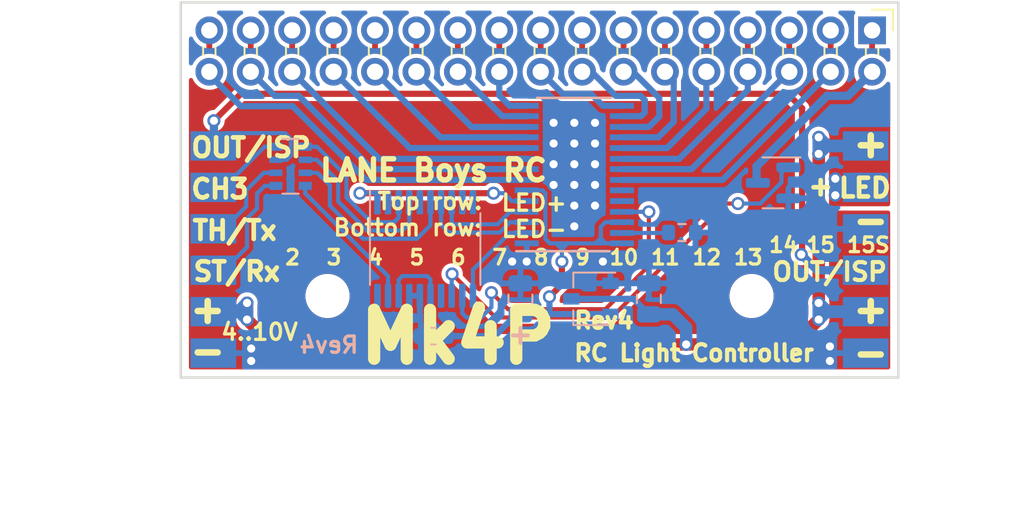
<source format=kicad_pcb>
(kicad_pcb (version 20211014) (generator pcbnew)
  (layers (0 "F.Cu" signal "Top") (31 "B.Cu" signal "Bottom") (34 "B.Paste" user) (35 "F.Paste" user) (36 "B.SilkS" user "B.Silkscreen") (37 "F.SilkS" user "F.Silkscreen") (38 "B.Mask" user) (39 "F.Mask" user) (44 "Edge.Cuts" user))
  (net 0 "")
  (net 1 "+3V3")
  (net 2 "GND")
  (net 3 "/VIN")
  (net 4 "/CH3")
  (net 5 "/OUT0")
  (net 6 "/OUT1")
  (net 7 "/OUT2")
  (net 8 "/OUT3")
  (net 9 "/OUT4")
  (net 10 "/OUT5")
  (net 11 "/OUT6")
  (net 12 "/OUT7")
  (net 13 "/OUT8")
  (net 14 "/LED+")
  (net 15 "/OUT-ISP")
  (net 16 "/ST-RX")
  (net 17 "/TH-TX")
  (net 18 "/ST-Rx-in")
  (net 19 "/TH-Tx-in")
  (net 20 "/CH3-in")
  (net 21 "/OUT-ISP-out")
  (net 22 "/BLANK")
  (net 23 "/XLAT")
  (net 24 "/SCLK")
  (net 25 "/SIN")
  (net 26 "/OUT9")
  (net 27 "/OUT10")
  (net 28 "/OUT11")
  (net 29 "/OUT12")
  (net 30 "/OUT13")
  (net 31 "/OUT14")
  (net 32 "/OUT15")
  (net 33 "/GSCLK")
  (net 34 "/OUT15S")
  (net 35 "Net-(R1-Pad1)")
  (net 36 "/OUT15S_OUT")
  (footprint "Connector_PinHeader_2.54mm:PinHeader_2x17_P2.54mm_Horizontal" (layer "F.Cu") (at 177.39 92.71 -90)
    (fp_text reference "J1" hide)
    (fp_text value "Pinheader right-angle 2x17" hide)
    (fp_line (start 1.042929 15.62) (end 1.497071 15.62) (layer "F.SilkS") (width 0.12))
    (fp_line (start -1.27 -1.27) (end 0 -1.27) (layer "F.SilkS") (width 0.12))
    (fp_line (start 1.042929 25.02) (end 1.497071 25.02) (layer "F.SilkS") (width 0.12))
    (fp_line (start 1.042929 27.56) (end 1.497071 27.56) (layer "F.SilkS") (width 0.12))
    (fp_line (start 1.042929 17.4) (end 1.497071 17.4) (layer "F.SilkS") (width 0.12))
    (fp_line (start 1.042929 25.78) (end 1.497071 25.78) (layer "F.SilkS") (width 0.12))
    (fp_line (start 1.042929 20.7) (end 1.497071 20.7) (layer "F.SilkS") (width 0.12))
    (fp_line (start 1.042929 2.16) (end 1.497071 2.16) (layer "F.SilkS") (width 0.12))
    (fp_line (start 1.042929 37.72) (end 1.497071 37.72) (layer "F.SilkS") (width 0.12))
    (fp_line (start 1.042929 10.54) (end 1.497071 10.54) (layer "F.SilkS") (width 0.12))
    (fp_line (start 1.042929 30.86) (end 1.497071 30.86) (layer "F.SilkS") (width 0.12))
    (fp_line (start 1.042929 4.7) (end 1.497071 4.7) (layer "F.SilkS") (width 0.12))
    (fp_line (start 1.042929 41.02) (end 1.497071 41.02) (layer "F.SilkS") (width 0.12))
    (fp_line (start -1.27 0) (end -1.27 -1.27) (layer "F.SilkS") (width 0.12))
    (fp_line (start 1.042929 40.26) (end 1.497071 40.26) (layer "F.SilkS") (width 0.12))
    (fp_line (start 1.042929 19.94) (end 1.497071 19.94) (layer "F.SilkS") (width 0.12))
    (fp_line (start 1.042929 7.24) (end 1.497071 7.24) (layer "F.SilkS") (width 0.12))
    (fp_line (start 1.042929 5.46) (end 1.497071 5.46) (layer "F.SilkS") (width 0.12))
    (fp_line (start 1.11 0.38) (end 1.497071 0.38) (layer "F.SilkS") (width 0.12))
    (fp_line (start 1.042929 32.64) (end 1.497071 32.64) (layer "F.SilkS") (width 0.12))
    (fp_line (start 1.042929 35.18) (end 1.497071 35.18) (layer "F.SilkS") (width 0.12))
    (fp_line (start 1.11 -0.38) (end 1.497071 -0.38) (layer "F.SilkS") (width 0.12))
    (fp_line (start 1.042929 22.48) (end 1.497071 22.48) (layer "F.SilkS") (width 0.12))
    (fp_line (start 1.042929 14.86) (end 1.497071 14.86) (layer "F.SilkS") (width 0.12))
    (fp_line (start 1.042929 30.1) (end 1.497071 30.1) (layer "F.SilkS") (width 0.12))
    (fp_line (start 1.042929 13.08) (end 1.497071 13.08) (layer "F.SilkS") (width 0.12))
    (fp_line (start 1.042929 23.24) (end 1.497071 23.24) (layer "F.SilkS") (width 0.12))
    (fp_line (start 1.042929 33.4) (end 1.497071 33.4) (layer "F.SilkS") (width 0.12))
    (fp_line (start 1.042929 38.48) (end 1.497071 38.48) (layer "F.SilkS") (width 0.12))
    (fp_line (start 1.042929 12.32) (end 1.497071 12.32) (layer "F.SilkS") (width 0.12))
    (fp_line (start 1.042929 2.92) (end 1.497071 2.92) (layer "F.SilkS") (width 0.12))
    (fp_line (start 1.042929 18.16) (end 1.497071 18.16) (layer "F.SilkS") (width 0.12))
    (fp_line (start 1.042929 35.94) (end 1.497071 35.94) (layer "F.SilkS") (width 0.12))
    (fp_line (start 1.042929 9.78) (end 1.497071 9.78) (layer "F.SilkS") (width 0.12))
    (fp_line (start 1.042929 28.32) (end 1.497071 28.32) (layer "F.SilkS") (width 0.12))
    (fp_line (start 1.042929 8) (end 1.497071 8) (layer "F.SilkS") (width 0.12))
    (pad "1" thru_hole rect (at 0 0 270) (size 1.7 1.7) (drill 1) (layers *.Cu *.Mask) (net 14 "/LED+"))
    (pad "2" thru_hole oval (at 2.54 0 270) (size 1.7 1.7) (drill 1) (layers *.Cu *.Mask) (net 36 "/OUT15S_OUT"))
    (pad "3" thru_hole oval (at 0 2.54 270) (size 1.7 1.7) (drill 1) (layers *.Cu *.Mask) (net 14 "/LED+"))
    (pad "4" thru_hole oval (at 2.54 2.54 270) (size 1.7 1.7) (drill 1) (layers *.Cu *.Mask) (net 32 "/OUT15"))
    (pad "5" thru_hole oval (at 0 5.08 270) (size 1.7 1.7) (drill 1) (layers *.Cu *.Mask) (net 14 "/LED+"))
    (pad "6" thru_hole oval (at 2.54 5.08 270) (size 1.7 1.7) (drill 1) (layers *.Cu *.Mask) (net 31 "/OUT14"))
    (pad "7" thru_hole oval (at 0 7.62 270) (size 1.7 1.7) (drill 1) (layers *.Cu *.Mask) (net 14 "/LED+"))
    (pad "8" thru_hole oval (at 2.54 7.62 270) (size 1.7 1.7) (drill 1) (layers *.Cu *.Mask) (net 30 "/OUT13"))
    (pad "9" thru_hole oval (at 0 10.16 270) (size 1.7 1.7) (drill 1) (layers *.Cu *.Mask) (net 14 "/LED+"))
    (pad "10" thru_hole oval (at 2.54 10.16 270) (size 1.7 1.7) (drill 1) (layers *.Cu *.Mask) (net 29 "/OUT12"))
    (pad "11" thru_hole oval (at 0 12.7 270) (size 1.7 1.7) (drill 1) (layers *.Cu *.Mask) (net 14 "/LED+"))
    (pad "12" thru_hole oval (at 2.54 12.7 270) (size 1.7 1.7) (drill 1) (layers *.Cu *.Mask) (net 28 "/OUT11"))
    (pad "13" thru_hole oval (at 0 15.24 270) (size 1.7 1.7) (drill 1) (layers *.Cu *.Mask) (net 14 "/LED+"))
    (pad "14" thru_hole oval (at 2.54 15.24 270) (size 1.7 1.7) (drill 1) (layers *.Cu *.Mask) (net 27 "/OUT10"))
    (pad "15" thru_hole oval (at 0 17.78 270) (size 1.7 1.7) (drill 1) (layers *.Cu *.Mask) (net 14 "/LED+"))
    (pad "16" thru_hole oval (at 2.54 17.78 270) (size 1.7 1.7) (drill 1) (layers *.Cu *.Mask) (net 26 "/OUT9"))
    (pad "17" thru_hole oval (at 0 20.32 270) (size 1.7 1.7) (drill 1) (layers *.Cu *.Mask) (net 14 "/LED+"))
    (pad "18" thru_hole oval (at 2.54 20.32 270) (size 1.7 1.7) (drill 1) (layers *.Cu *.Mask) (net 13 "/OUT8"))
    (pad "19" thru_hole oval (at 0 22.86 270) (size 1.7 1.7) (drill 1) (layers *.Cu *.Mask) (net 14 "/LED+"))
    (pad "20" thru_hole oval (at 2.54 22.86 270) (size 1.7 1.7) (drill 1) (layers *.Cu *.Mask) (net 12 "/OUT7"))
    (pad "21" thru_hole oval (at 0 25.4 270) (size 1.7 1.7) (drill 1) (layers *.Cu *.Mask) (net 14 "/LED+"))
    (pad "22" thru_hole oval (at 2.54 25.4 270) (size 1.7 1.7) (drill 1) (layers *.Cu *.Mask) (net 11 "/OUT6"))
    (pad "23" thru_hole oval (at 0 27.94 270) (size 1.7 1.7) (drill 1) (layers *.Cu *.Mask) (net 14 "/LED+"))
    (pad "24" thru_hole oval (at 2.54 27.94 270) (size 1.7 1.7) (drill 1) (layers *.Cu *.Mask) (net 10 "/OUT5"))
    (pad "25" thru_hole oval (at 0 30.48 270) (size 1.7 1.7) (drill 1) (layers *.Cu *.Mask) (net 14 "/LED+"))
    (pad "26" thru_hole oval (at 2.54 30.48 270) (size 1.7 1.7) (drill 1) (layers *.Cu *.Mask) (net 9 "/OUT4"))
    (pad "27" thru_hole oval (at 0 33.02 270) (size 1.7 1.7) (drill 1) (layers *.Cu *.Mask) (net 14 "/LED+"))
    (pad "28" thru_hole oval (at 2.54 33.02 270) (size 1.7 1.7) (drill 1) (layers *.Cu *.Mask) (net 8 "/OUT3"))
    (pad "29" thru_hole oval (at 0 35.56 270) (size 1.7 1.7) (drill 1) (layers *.Cu *.Mask) (net 14 "/LED+"))
    (pad "30" thru_hole oval (at 2.54 35.56 270) (size 1.7 1.7) (drill 1) (layers *.Cu *.Mask) (net 7 "/OUT2"))
    (pad "31" thru_hole oval (at 0 38.1 270) (size 1.7 1.7) (drill 1) (layers *.Cu *.Mask) (net 14 "/LED+"))
    (pad "32" thru_hole oval (at 2.54 38.1 270) (size 1.7 1.7) (drill 1) (layers *.Cu *.Mask) (net 6 "/OUT1"))
    (pad "33" thru_hole oval (at 0 40.64 270) (size 1.7 1.7) (drill 1) (layers *.Cu *.Mask) (net 14 "/LED+"))
    (pad "34" thru_hole oval (at 2.54 40.64 270) (size 1.7 1.7) (drill 1) (layers *.Cu *.Mask) (net 5 "/OUT0"))
  )
  (footprint "MountingHole:MountingHole_2.2mm_M2_ISO14580" (layer "F.Cu") (at 144 109)
    (fp_text reference "H1" hide)
    (fp_text value "MountingHole" hide)
    (pad "" np_thru_hole circle (at 0 0) (size 2.2 2.2) (drill 2.2) (layers *.Cu *.Mask))
  )
  (footprint "MountingHole:MountingHole_2.2mm_M2_ISO14580" (layer "F.Cu") (at 170 109)
    (fp_text reference "H2" hide)
    (fp_text value "MountingHole" hide)
    (pad "" np_thru_hole circle (at 0 0) (size 2.2 2.2) (drill 2.2) (layers *.Cu *.Mask))
  )
  (footprint "Package_TO_SOT_SMD:SOT-23" (layer "B.Cu") (at 171.322 102.062 180)
    (fp_text reference "T9" hide)
    (fp_text value "PMV30UN")
    (fp_line (start 0 1.56) (end 0.65 1.56) (layer "B.SilkS") (width 0.12))
    (fp_line (start 0 -1.56) (end 0.65 -1.56) (layer "B.SilkS") (width 0.12))
    (fp_line (start 0 -1.56) (end -0.65 -1.56) (layer "B.SilkS") (width 0.12))
    (fp_line (start 0 1.56) (end -1.675 1.56) (layer "B.SilkS") (width 0.12))
    (pad "1" smd roundrect (at -0.9375 0.95 180) (size 1.475 0.6) (layers "B.Cu" "B.Paste" "B.Mask") (net 34 "/OUT15S"))
    (pad "2" smd roundrect (at -0.9375 -0.95 180) (size 1.475 0.6) (layers "B.Cu" "B.Paste" "B.Mask") (net 2 "GND"))
    (pad "3" smd roundrect (at 0.9375 0 180) (size 1.475 0.6) (layers "B.Cu" "B.Paste" "B.Mask") (net 36 "/OUT15S_OUT"))
  )
  (footprint "rc-light-controller-tlc5940-lpc812:PinHeader_1x06_P2.54mm_Flat" (layer "B.Cu") (at 177 112.5 90)
    (fp_text reference "J3" hide)
    (fp_text value "Pinheader straight 1x06" hide)
    (pad "1" smd rect locked (at 0 0 90) (size 1.8 2.8) (layers "B.Cu" "B.Mask") (net 2 "GND"))
    (pad "2" smd rect locked (at 2.54 0 90) (size 1.8 2.8) (layers "B.Cu" "B.Mask") (net 3 "/VIN"))
    (pad "3" smd rect locked (at 5.08 0 90) (size 1.8 2.8) (layers "B.Cu" "B.Mask") (net 21 "/OUT-ISP-out"))
    (pad "4" smd rect locked (at 7.62 0 90) (size 1.8 2.8) (layers "B.Cu" "B.Mask") (net 2 "GND"))
    (pad "5" smd rect locked (at 10.16 0 90) (size 1.8 2.8) (layers "B.Cu" "B.Mask") (net 14 "/LED+"))
    (pad "6" smd rect locked (at 12.7 0 90) (size 1.8 2.8) (layers "B.Cu" "B.Mask") (net 3 "/VIN"))
  )
  (footprint "Capacitor_SMD:C_0805_2012Metric" (layer "B.Cu") (at 155.828 109.174 90)
    (fp_text reference "C2" hide)
    (fp_text value "47u/6V3")
    (fp_line (start -0.261252 -0.735) (end 0.261252 -0.735) (layer "B.SilkS") (width 0.12))
    (fp_line (start -0.261252 0.735) (end 0.261252 0.735) (layer "B.SilkS") (width 0.12))
    (pad "1" smd roundrect (at -0.95 0 90) (size 1 1.45) (layers "B.Cu" "B.Paste" "B.Mask") (net 1 "+3V3"))
    (pad "2" smd roundrect (at 0.95 0 90) (size 1 1.45) (layers "B.Cu" "B.Paste" "B.Mask") (net 2 "GND"))
  )
  (footprint "rc-light-controller-tlc5940-lpc812:PinHeader_1x06_P2.54mm_Flat" (layer "B.Cu") (at 137 112.5 90)
    (fp_text reference "J2" hide)
    (fp_text value "Pinheader straight 1x06" hide)
    (pad "1" smd rect locked (at 0 0 90) (size 1.8 2.8) (layers "B.Cu" "B.Mask") (net 2 "GND"))
    (pad "2" smd rect locked (at 2.54 0 90) (size 1.8 2.8) (layers "B.Cu" "B.Mask") (net 3 "/VIN"))
    (pad "3" smd rect locked (at 5.08 0 90) (size 1.8 2.8) (layers "B.Cu" "B.Mask") (net 18 "/ST-Rx-in"))
    (pad "4" smd rect locked (at 7.62 0 90) (size 1.8 2.8) (layers "B.Cu" "B.Mask") (net 19 "/TH-Tx-in"))
    (pad "5" smd rect locked (at 10.16 0 90) (size 1.8 2.8) (layers "B.Cu" "B.Mask") (net 20 "/CH3-in"))
    (pad "6" smd rect locked (at 12.7 0 90) (size 1.8 2.8) (layers "B.Cu" "B.Mask") (net 21 "/OUT-ISP-out"))
  )
  (footprint "Resistor_SMD:R_Array_Convex_4x0603" (layer "B.Cu") (at 141.731 101.046)
    (fp_text reference "RN1" hide)
    (fp_text value "1k x4")
    (fp_line (start 0.5 1.68) (end -0.5 1.68) (layer "B.SilkS") (width 0.12))
    (fp_line (start 0.5 -1.68) (end -0.5 -1.68) (layer "B.SilkS") (width 0.12))
    (pad "1" smd rect (at -0.9 1.2) (size 0.8 0.5) (layers "B.Cu" "B.Paste" "B.Mask") (net 18 "/ST-Rx-in"))
    (pad "2" smd rect (at -0.9 0.4) (size 0.8 0.4) (layers "B.Cu" "B.Paste" "B.Mask") (net 19 "/TH-Tx-in"))
    (pad "3" smd rect (at -0.9 -0.4) (size 0.8 0.4) (layers "B.Cu" "B.Paste" "B.Mask") (net 21 "/OUT-ISP-out"))
    (pad "4" smd rect (at -0.9 -1.2) (size 0.8 0.5) (layers "B.Cu" "B.Paste" "B.Mask") (net 20 "/CH3-in"))
    (pad "5" smd rect (at 0.9 -1.2) (size 0.8 0.5) (layers "B.Cu" "B.Paste" "B.Mask") (net 4 "/CH3"))
    (pad "6" smd rect (at 0.9 -0.4) (size 0.8 0.4) (layers "B.Cu" "B.Paste" "B.Mask") (net 15 "/OUT-ISP"))
    (pad "7" smd rect (at 0.9 0.4) (size 0.8 0.4) (layers "B.Cu" "B.Paste" "B.Mask") (net 17 "/TH-TX"))
    (pad "8" smd rect (at 0.9 1.2) (size 0.8 0.5) (layers "B.Cu" "B.Paste" "B.Mask") (net 16 "/ST-RX"))
  )
  (footprint "Resistor_SMD:R_0603_1608Metric" (layer "B.Cu") (at 165.734 105.11)
    (fp_text reference "R1" hide)
    (fp_text value "2k 1%")
    (fp_line (start -0.237258 -0.5225) (end 0.237258 -0.5225) (layer "B.SilkS") (width 0.12))
    (fp_line (start -0.237258 0.5225) (end 0.237258 0.5225) (layer "B.SilkS") (width 0.12))
    (pad "1" smd roundrect (at -0.825 0) (size 0.8 0.95) (layers "B.Cu" "B.Paste" "B.Mask") (net 35 "Net-(R1-Pad1)"))
    (pad "2" smd roundrect (at 0.825 0) (size 0.8 0.95) (layers "B.Cu" "B.Paste" "B.Mask") (net 2 "GND"))
  )
  (footprint "Capacitor_SMD:C_0805_2012Metric" (layer "B.Cu") (at 163.702 109.174 90)
    (fp_text reference "C1" hide)
    (fp_text value "1u/16V")
    (fp_line (start -0.261252 -0.735) (end 0.261252 -0.735) (layer "B.SilkS") (width 0.12))
    (fp_line (start -0.261252 0.735) (end 0.261252 0.735) (layer "B.SilkS") (width 0.12))
    (pad "1" smd roundrect (at -0.95 0 90) (size 1 1.45) (layers "B.Cu" "B.Paste" "B.Mask") (net 3 "/VIN"))
    (pad "2" smd roundrect (at 0.95 0 90) (size 1 1.45) (layers "B.Cu" "B.Paste" "B.Mask") (net 2 "GND"))
  )
  (footprint "Capacitor_SMD:C_0603_1608Metric" (layer "B.Cu") (at 150.494 111.46 180)
    (fp_text reference "C3" hide)
    (fp_text value "100n")
    (fp_line (start -0.14058 0.51) (end 0.14058 0.51) (layer "B.SilkS") (width 0.12))
    (fp_line (start -0.14058 -0.51) (end 0.14058 -0.51) (layer "B.SilkS") (width 0.12))
    (pad "1" smd roundrect (at -0.775 0 180) (size 0.9 0.95) (layers "B.Cu" "B.Paste" "B.Mask") (net 1 "+3V3"))
    (pad "2" smd roundrect (at 0.775 0 180) (size 0.9 0.95) (layers "B.Cu" "B.Paste" "B.Mask") (net 2 "GND"))
  )
  (footprint "Package_TO_SOT_SMD:SOT-23W" (layer "B.Cu") (at 160.146 109.174 180)
    (fp_text reference "U3" hide)
    (fp_text value "MCP1703A-3302_SOT23")
    (fp_line (start -1.075 -1.61) (end 1.075 -1.61) (layer "B.SilkS") (width 0.12))
    (fp_line (start 1.075 1.61) (end 1.075 0.7) (layer "B.SilkS") (width 0.12))
    (fp_line (start 1.075 -0.7) (end 1.075 -1.61) (layer "B.SilkS") (width 0.12))
    (fp_line (start -1.5 1.61) (end 1.075 1.61) (layer "B.SilkS") (width 0.12))
    (pad "1" smd rect (at -1.2 0.95 180) (size 1 0.7) (layers "B.Cu" "B.Paste" "B.Mask") (net 2 "GND"))
    (pad "2" smd rect (at -1.2 -0.95 180) (size 1 0.7) (layers "B.Cu" "B.Paste" "B.Mask") (net 1 "+3V3"))
    (pad "3" smd rect (at 1.2 0 180) (size 1 0.7) (layers "B.Cu" "B.Paste" "B.Mask") (net 3 "/VIN"))
  )
  (footprint "rc-light-controller-tlc5940-lpc812:SOP65P640X120-29N" (layer "B.Cu") (at 159.13 101.554)
    (fp_text reference "U2" hide)
    (fp_text value "TLC5940PWP")
    (fp_line (start -2.286 -4.699) (end 2.2606 -4.699) (layer "B.SilkS") (width 0.1524))
    (fp_line (start 2.159 4.699) (end -3.556 4.699) (layer "B.SilkS") (width 0.1524))
    (pad "1" smd rect (at -2.921 4.2164) (size 1.4732 0.3556) (layers "B.Cu" "B.Paste" "B.Mask") (net 2 "GND"))
    (pad "2" smd rect (at -2.921 3.5814) (size 1.4732 0.3556) (layers "B.Cu" "B.Paste" "B.Mask") (net 22 "/BLANK"))
    (pad "3" smd rect (at -2.921 2.921) (size 1.4732 0.3556) (layers "B.Cu" "B.Paste" "B.Mask") (net 23 "/XLAT"))
    (pad "4" smd rect (at -2.921 2.286) (size 1.4732 0.3556) (layers "B.Cu" "B.Paste" "B.Mask") (net 24 "/SCLK"))
    (pad "5" smd rect (at -2.921 1.6256) (size 1.4732 0.3556) (layers "B.Cu" "B.Paste" "B.Mask") (net 25 "/SIN"))
    (pad "6" smd rect (at -2.921 0.9652) (size 1.4732 0.3556) (layers "B.Cu" "B.Paste" "B.Mask") (net 1 "+3V3"))
    (pad "7" smd rect (at -2.921 0.3302) (size 1.4732 0.3556) (layers "B.Cu" "B.Paste" "B.Mask") (net 5 "/OUT0"))
    (pad "8" smd rect (at -2.921 -0.3302) (size 1.4732 0.3556) (layers "B.Cu" "B.Paste" "B.Mask") (net 6 "/OUT1"))
    (pad "9" smd rect (at -2.921 -0.9652) (size 1.4732 0.3556) (layers "B.Cu" "B.Paste" "B.Mask") (net 7 "/OUT2"))
    (pad "10" smd rect (at -2.921 -1.6256) (size 1.4732 0.3556) (layers "B.Cu" "B.Paste" "B.Mask") (net 8 "/OUT3"))
    (pad "11" smd rect (at -2.921 -2.286) (size 1.4732 0.3556) (layers "B.Cu" "B.Paste" "B.Mask") (net 9 "/OUT4"))
    (pad "12" smd rect (at -2.921 -2.921) (size 1.4732 0.3556) (layers "B.Cu" "B.Paste" "B.Mask") (net 10 "/OUT5"))
    (pad "13" smd rect (at -2.921 -3.5814) (size 1.4732 0.3556) (layers "B.Cu" "B.Paste" "B.Mask") (net 11 "/OUT6"))
    (pad "14" smd rect (at -2.921 -4.2164) (size 1.4732 0.3556) (layers "B.Cu" "B.Paste" "B.Mask") (net 12 "/OUT7"))
    (pad "15" smd rect (at 2.921 -4.2164) (size 1.4732 0.3556) (layers "B.Cu" "B.Paste" "B.Mask") (net 13 "/OUT8"))
    (pad "16" smd rect (at 2.921 -3.5814) (size 1.4732 0.3556) (layers "B.Cu" "B.Paste" "B.Mask") (net 26 "/OUT9"))
    (pad "17" smd rect (at 2.921 -2.921) (size 1.4732 0.3556) (layers "B.Cu" "B.Paste" "B.Mask") (net 27 "/OUT10"))
    (pad "18" smd rect (at 2.921 -2.286) (size 1.4732 0.3556) (layers "B.Cu" "B.Paste" "B.Mask") (net 28 "/OUT11"))
    (pad "19" smd rect (at 2.921 -1.6256) (size 1.4732 0.3556) (layers "B.Cu" "B.Paste" "B.Mask") (net 29 "/OUT12"))
    (pad "20" smd rect (at 2.921 -0.9652) (size 1.4732 0.3556) (layers "B.Cu" "B.Paste" "B.Mask") (net 30 "/OUT13"))
    (pad "21" smd rect (at 2.921 -0.3302) (size 1.4732 0.3556) (layers "B.Cu" "B.Paste" "B.Mask") (net 31 "/OUT14"))
    (pad "22" smd rect (at 2.921 0.3302) (size 1.4732 0.3556) (layers "B.Cu" "B.Paste" "B.Mask") (net 32 "/OUT15"))
    (pad "23" smd rect (at 2.921 0.9652) (size 1.4732 0.3556) (layers "B.Cu" "B.Paste" "B.Mask"))
    (pad "24" smd rect (at 2.921 1.6256) (size 1.4732 0.3556) (layers "B.Cu" "B.Paste" "B.Mask"))
    (pad "25" smd rect (at 2.921 2.286) (size 1.4732 0.3556) (layers "B.Cu" "B.Paste" "B.Mask") (net 33 "/GSCLK"))
    (pad "26" smd rect (at 2.921 2.921) (size 1.4732 0.3556) (layers "B.Cu" "B.Paste" "B.Mask") (net 1 "+3V3"))
    (pad "27" smd rect (at 2.921 3.5814) (size 1.4732 0.3556) (layers "B.Cu" "B.Paste" "B.Mask") (net 35 "Net-(R1-Pad1)"))
    (pad "28" smd rect (at 2.921 4.2164) (size 1.4732 0.3556) (layers "B.Cu" "B.Paste" "B.Mask") (net 1 "+3V3"))
    (pad "29" smd rect (at 0 0) (size 2.3876 6.1722) (layers "B.Cu" "B.Mask") (net 2 "GND"))
  )
  (footprint "Package_SO:TSSOP-20_4.4x6.5mm_P0.65mm" (layer "B.Cu") (at 149.986 106.126 -90)
    (fp_text reference "U1" hide)
    (fp_text value "LPC832M101FDH20")
    (fp_line (start 0 -3.385) (end -2.2 -3.385) (layer "B.SilkS") (width 0.12))
    (fp_line (start 0 -3.385) (end 2.2 -3.385) (layer "B.SilkS") (width 0.12))
    (fp_line (start 0 3.385) (end -3.6 3.385) (layer "B.SilkS") (width 0.12))
    (fp_line (start 0 3.385) (end 2.2 3.385) (layer "B.SilkS") (width 0.12))
    (pad "1" smd roundrect (at -2.8625 2.925 270) (size 1.475 0.4) (layers "B.Cu" "B.Paste" "B.Mask") (net 25 "/SIN"))
    (pad "2" smd roundrect (at -2.8625 2.275 270) (size 1.475 0.4) (layers "B.Cu" "B.Paste" "B.Mask"))
    (pad "3" smd roundrect (at -2.8625 1.625 270) (size 1.475 0.4) (layers "B.Cu" "B.Paste" "B.Mask") (net 4 "/CH3"))
    (pad "4" smd roundrect (at -2.8625 0.975 270) (size 1.475 0.4) (layers "B.Cu" "B.Paste" "B.Mask") (net 15 "/OUT-ISP"))
    (pad "5" smd roundrect (at -2.8625 0.325 270) (size 1.475 0.4) (layers "B.Cu" "B.Paste" "B.Mask"))
    (pad "6" smd roundrect (at -2.8625 -0.325 270) (size 1.475 0.4) (layers "B.Cu" "B.Paste" "B.Mask") (net 17 "/TH-TX"))
    (pad "7" smd roundrect (at -2.8625 -0.975 270) (size 1.475 0.4) (layers "B.Cu" "B.Paste" "B.Mask") (net 23 "/XLAT"))
    (pad "8" smd roundrect (at -2.8625 -1.625 270) (size 1.475 0.4) (layers "B.Cu" "B.Paste" "B.Mask") (net 24 "/SCLK"))
    (pad "9" smd roundrect (at -2.8625 -2.275 270) (size 1.475 0.4) (layers "B.Cu" "B.Paste" "B.Mask"))
    (pad "10" smd roundrect (at -2.8625 -2.925 270) (size 1.475 0.4) (layers "B.Cu" "B.Paste" "B.Mask"))
    (pad "11" smd roundrect (at 2.8625 -2.925 270) (size 1.475 0.4) (layers "B.Cu" "B.Paste" "B.Mask") (net 22 "/BLANK"))
    (pad "12" smd roundrect (at 2.8625 -2.275 270) (size 1.475 0.4) (layers "B.Cu" "B.Paste" "B.Mask") (net 33 "/GSCLK"))
    (pad "13" smd roundrect (at 2.8625 -1.625 270) (size 1.475 0.4) (layers "B.Cu" "B.Paste" "B.Mask") (net 34 "/OUT15S"))
    (pad "14" smd roundrect (at 2.8625 -0.975 270) (size 1.475 0.4) (layers "B.Cu" "B.Paste" "B.Mask"))
    (pad "15" smd roundrect (at 2.8625 -0.325 270) (size 1.475 0.4) (layers "B.Cu" "B.Paste" "B.Mask") (net 1 "+3V3"))
    (pad "16" smd roundrect (at 2.8625 0.325 270) (size 1.475 0.4) (layers "B.Cu" "B.Paste" "B.Mask") (net 2 "GND"))
    (pad "17" smd roundrect (at 2.8625 0.975 270) (size 1.475 0.4) (layers "B.Cu" "B.Paste" "B.Mask") (net 2 "GND"))
    (pad "18" smd roundrect (at 2.8625 1.625 270) (size 1.475 0.4) (layers "B.Cu" "B.Paste" "B.Mask") (net 1 "+3V3"))
    (pad "19" smd roundrect (at 2.8625 2.275 270) (size 1.475 0.4) (layers "B.Cu" "B.Paste" "B.Mask") (net 16 "/ST-RX"))
    (pad "20" smd roundrect (at 2.8625 2.925 270) (size 1.475 0.4) (layers "B.Cu" "B.Paste" "B.Mask"))
  )
  (gr_line (start 135.0011 114) (end 179 114) (layer "Edge.Cuts") (width 0.15))
  (gr_line (start 179 114) (end 179 91) (layer "Edge.Cuts") (width 0.15))
  (gr_line (start 179 91) (end 135.0011 91) (layer "Edge.Cuts") (width 0.15))
  (gr_line (start 135.0011 91) (end 135.0011 114) (layer "Edge.Cuts") (width 0.15))
  (gr_text "+" (at 155.828 111.333) (layer "B.SilkS") (effects (font (size 1.2 1.2) (thickness 0.25)) (justify mirror)))
  (gr_text "Rev4" (at 146 112) (layer "B.SilkS") (effects (font (size 1 1) (thickness 0.2)) (justify left mirror)))
  (gr_text "OUT/ISP" (at 135.508 99.903) (layer "F.SilkS") (effects (font (size 1.143 1.143) (thickness 0.28575)) (justify left)))
  (gr_text "LANE Boys RC" (at 143.382 101.3) (layer "F.SilkS") (effects (font (size 1.3 1.3) (thickness 0.325)) (justify left)))
  (gr_text "CH3" (at 135.5 102.443) (layer "F.SilkS") (effects (font (size 1.143 1.143) (thickness 0.28575)) (justify left)))
  (gr_text "RC Light Controller" (at 159 112.5) (layer "F.SilkS") (effects (font (size 1 1) (thickness 0.25)) (justify left)))
  (gr_text "-" (at 178.561 112.476) (layer "F.SilkS") (effects (font (size 1.6 1.6) (thickness 0.4)) (justify right)))
  (gr_text "+" (at 178.561 99.649) (layer "F.SilkS") (effects (font (size 1.6 1.6) (thickness 0.4)) (justify right)))
  (gr_text "Top row:\nBottom row:" (at 153.6055 104) (layer "F.SilkS") (effects (font (size 1 1) (thickness 0.2)) (justify right)))
  (gr_text "9" (at 159.638 106.634) (layer "F.SilkS") (effects (font (size 0.9 0.9) (thickness 0.2))))
  (gr_text "10" (at 162.178 106.634) (layer "F.SilkS") (effects (font (size 0.9 0.9) (thickness 0.2))))
  (gr_text "11" (at 164.718 106.634) (layer "F.SilkS") (effects (font (size 0.9 0.9) (thickness 0.2))))
  (gr_text "12" (at 167.258 106.634) (layer "F.SilkS") (effects (font (size 0.9 0.9) (thickness 0.2))))
  (gr_text "13" (at 169.798 106.634) (layer "F.SilkS") (effects (font (size 0.9 0.9) (thickness 0.2))))
  (gr_text "14" (at 171.957 105.872) (layer "F.SilkS") (effects (font (size 0.9 0.9) (thickness 0.2))))
  (gr_text "15" (at 174.243 105.872) (layer "F.SilkS") (effects (font (size 0.9 0.9) (thickness 0.2))))
  (gr_text "15S" (at 177.164 105.872) (layer "F.SilkS") (effects (font (size 0.9 0.9) (thickness 0.2))))
  (gr_text "8" (at 157.098 106.634) (layer "F.SilkS") (effects (font (size 0.9 0.9) (thickness 0.2))))
  (gr_text "+" (at 178.561 109.809) (layer "F.SilkS") (effects (font (size 1.6 1.6) (thickness 0.4)) (justify right)))
  (gr_text "-" (at 178.561 104.348) (layer "F.SilkS") (effects (font (size 1.6 1.6) (thickness 0.4)) (justify right)))
  (gr_text "-" (at 136.651 112.349) (layer "F.SilkS") (effects (font (size 1.6 1.6) (thickness 0.4))))
  (gr_text "+" (at 136.651 109.809) (layer "F.SilkS") (effects (font (size 1.6 1.6) (thickness 0.4))))
  (gr_text "LED" (at 178.688 102.3795) (layer "F.SilkS") (effects (font (size 1.143 1.143) (thickness 0.28575)) (justify right)))
  (gr_text "OUT/ISP" (at 178.434 107.523) (layer "F.SilkS") (effects (font (size 1.1 1.1) (thickness 0.25)) (justify right)))
  (gr_text "+" (at 175.132 102.2525) (layer "F.SilkS") (effects (font (size 1.143 1.143) (thickness 0.28575)) (justify right)))
  (gr_text "7" (at 154.558 106.634) (layer "F.SilkS") (effects (font (size 0.9 0.9) (thickness 0.2))))
  (gr_text "4..10V" (at 139.826 111.206) (layer "F.SilkS") (effects (font (size 1 1) (thickness 0.2))))
  (gr_text "Mk4P" (at 152 111.5) (layer "F.SilkS") (effects (font (size 3 3) (thickness 0.75))))
  (gr_text "2" (at 141.858 106.634) (layer "F.SilkS") (effects (font (size 0.9 0.9) (thickness 0.2))))
  (gr_text "4" (at 146.938 106.634) (layer "F.SilkS") (effects (font (size 0.9 0.9) (thickness 0.2))))
  (gr_text "5" (at 149.478 106.634) (layer "F.SilkS") (effects (font (size 0.9 0.9) (thickness 0.2))))
  (gr_text "TH/Tx" (at 138.302 104.983) (layer "F.SilkS") (effects (font (size 1.143 1.143) (thickness 0.28575))))
  (gr_text "6" (at 152.018 106.634) (layer "F.SilkS") (effects (font (size 0.9 0.9) (thickness 0.2))))
  (gr_text "LED+\nLED-" (at 154.558 104.094) (layer "F.SilkS") (effects (font (size 1 1) (thickness 0.2)) (justify left)))
  (gr_text "Rev4" (at 159 110.5) (layer "F.SilkS") (effects (font (size 1 1) (thickness 0.25)) (justify left)))
  (gr_text "3" (at 144.398 106.634) (layer "F.SilkS") (effects (font (size 0.9 0.9) (thickness 0.2))))
  (gr_text "ST/Rx" (at 135.635 107.5) (layer "F.SilkS") (effects (font (size 1.143 1.143) (thickness 0.28575)) (justify left)))
  (segment (start 157.606 109.047) (end 158.368 108.285) (width 0.381) (layer "F.Cu") (net 1))
  (segment (start 158.368 108.285) (end 158.368 106.888) (width 0.381) (layer "F.Cu") (net 1))
  (via (at 158.368 106.888) (size 0.8) (drill 0.5) (layers "F.Cu" "B.Cu") (net 1))
  (via (at 157.606 109.047) (size 0.8) (drill 0.5) (layers "F.Cu" "B.Cu") (net 1))
  (segment (start 157.6314 105.7704) (end 157.352 105.491) (width 0.254) (layer "B.Cu") (net 1))
  (segment (start 150.113 107.777) (end 150.311 107.975) (width 0.254) (layer "B.Cu") (net 1))
  (segment (start 148.361 108.9885) (end 148.361 108.005) (width 0.254) (layer "B.Cu") (net 1))
  (segment (start 158.368 106.126) (end 158.0124 105.7704) (width 0.254) (layer "B.Cu") (net 1))
  (segment (start 160.4254 105.7704) (end 158.7236 105.7704) (width 0.254) (layer "B.Cu") (net 1))
  (segment (start 161.3398 110.1138) (end 155.8303 110.1138) (width 0.381) (layer "B.Cu") (net 1))
  (segment (start 148.589 107.777) (end 150.113 107.777) (width 0.254) (layer "B.Cu") (net 1))
  (segment (start 161.035 104.475) (end 160.7556 104.7544) (width 0.254) (layer "B.Cu") (net 1))
  (segment (start 154.2532 111.46) (end 155.6017 110.1115) (width 0.381) (layer "B.Cu") (net 1))
  (segment (start 160.7556 105.4402) (end 160.4254 105.7704) (width 0.254) (layer "B.Cu") (net 1))
  (segment (start 160.7556 105.3386) (end 160.7556 105.4402) (width 0.254) (layer "B.Cu") (net 1))
  (segment (start 160.7556 105.4656) (end 161.0604 105.7704) (width 0.254) (layer "B.Cu") (net 1))
  (segment (start 158.368 106.126) (end 158.368 105.7958) (width 0.254) (layer "B.Cu") (net 1))
  (segment (start 158.7236 105.7704) (end 158.3426 105.7704) (width 0.254) (layer "B.Cu") (net 1))
  (segment (start 157.352 105.491) (end 157.352 102.697) (width 0.254) (layer "B.Cu") (net 1))
  (segment (start 148.361 108.005) (end 148.589 107.777) (width 0.254) (layer "B.Cu") (net 1))
  (segment (start 157.352 102.697) (end 157.1742 102.5192) (width 0.254) (layer "B.Cu") (net 1))
  (segment (start 158.368 106.888) (end 158.368 106.126) (width 0.254) (layer "B.Cu") (net 1))
  (segment (start 158.0124 105.7704) (end 157.6314 105.7704) (width 0.254) (layer "B.Cu") (net 1))
  (segment (start 162.051 105.7704) (end 161.0604 105.7704) (width 0.254) (layer "B.Cu") (net 1))
  (segment (start 155.6017 110.1115) (end 155.828 110.1115) (width 0.381) (layer "B.Cu") (net 1))
  (segment (start 155.8303 110.1138) (end 155.828 110.1115) (width 0.381) (layer "B.Cu") (net 1))
  (segment (start 160.7556 105.4402) (end 160.7556 105.4656) (width 0.254) (layer "B.Cu") (net 1))
  (segment (start 157.606 109.047) (end 157.606 110.063) (width 0.381) (layer "B.Cu") (net 1))
  (segment (start 150.311 110.4895) (end 151.2815 111.46) (width 0.381) (layer "B.Cu") (net 1))
  (segment (start 160.7556 105.7704) (end 160.4254 105.7704) (width 0.254) (layer "B.Cu") (net 1))
  (segment (start 150.311 107.975) (end 150.311 108.9885) (width 0.254) (layer "B.Cu") (net 1))
  (segment (start 157.1742 102.5192) (end 156.209 102.5192) (width 0.254) (layer "B.Cu") (net 1))
  (segment (start 151.2815 111.46) (end 154.2532 111.46) (width 0.381) (layer "B.Cu") (net 1))
  (segment (start 158.3426 105.7704) (end 158.0124 105.7704) (width 0.254) (layer "B.Cu") (net 1))
  (segment (start 158.368 106.126) (end 158.7236 105.7704) (width 0.254) (layer "B.Cu") (net 1))
  (segment (start 160.7556 105.3386) (end 160.7556 105.7704) (width 0.254) (layer "B.Cu") (net 1))
  (segment (start 160.7556 104.7544) (end 160.7556 105.3386) (width 0.254) (layer "B.Cu") (net 1))
  (segment (start 158.368 105.7958) (end 158.3426 105.7704) (width 0.254) (layer "B.Cu") (net 1))
  (segment (start 161.0604 105.7704) (end 160.7556 105.7704) (width 0.254) (layer "B.Cu") (net 1))
  (segment (start 150.311 108.9885) (end 150.311 110.4895) (width 0.381) (layer "B.Cu") (net 1))
  (segment (start 162.051 104.475) (end 161.035 104.475) (width 0.254) (layer "B.Cu") (net 1))
  (via (at 160.8826 106.888) (size 0.8) (drill 0.5) (layers "F.Cu" "B.Cu") (net 2))
  (via (at 159.13 104.729) (size 0.8) (drill 0.5) (layers "F.Cu" "B.Cu") (net 2))
  (via (at 159.13 98.379) (size 0.8) (drill 0.5) (layers "F.Cu" "B.Cu") (net 2))
  (via (at 157.86 102.189) (size 0.8) (drill 0.5) (layers "F.Cu" "B.Cu") (net 2))
  (via (at 157.86 98.379) (size 0.8) (drill 0.5) (layers "F.Cu" "B.Cu") (net 2))
  (via (at 155.32 106.888) (size 0.8) (drill 0.5) (layers "F.Cu" "B.Cu") (net 2))
  (via (at 139.318 112.984) (size 0.8) (drill 0.5) (layers "F.Cu" "B.Cu") (net 2))
  (via (at 157.86 99.649) (size 0.8) (drill 0.5) (layers "F.Cu" "B.Cu") (net 2))
  (via (at 156.209 106.888) (size 0.8) (drill 0.5) (layers "F.Cu" "B.Cu") (net 2))
  (via (at 160.4 99.649) (size 0.8) (drill 0.5) (layers "F.Cu" "B.Cu") (net 2))
  (via (at 159.13 100.919) (size 0.8) (drill 0.5) (layers "F.Cu" "B.Cu") (net 2))
  (via (at 159.13 99.649) (size 0.8) (drill 0.5) (layers "F.Cu" "B.Cu") (net 2))
  (via (at 160.4 102.189) (size 0.8) (drill 0.5) (layers "F.Cu" "B.Cu") (net 2))
  (via (at 160.4 100.919) (size 0.8) (drill 0.5) (layers "F.Cu" "B.Cu") (net 2))
  (via (at 139.318 112.222) (size 0.8) (drill 0.5) (layers "F.Cu" "B.Cu") (net 2))
  (via (at 174.8018 112.095) (size 0.8) (drill 0.5) (layers "F.Cu" "B.Cu") (net 2))
  (via (at 159.13 102.189) (size 0.8) (drill 0.5) (layers "F.Cu" "B.Cu") (net 2))
  (via (at 157.86 100.919) (size 0.8) (drill 0.5) (layers "F.Cu" "B.Cu") (net 2))
  (via (at 174.8018 112.984) (size 0.8) (drill 0.5) (layers "F.Cu" "B.Cu") (net 2))
  (via (at 160.4 98.379) (size 0.8) (drill 0.5) (layers "F.Cu" "B.Cu") (net 2))
  (via (at 159.13 103.459) (size 0.8) (drill 0.5) (layers "F.Cu" "B.Cu") (net 2))
  (via (at 160.4 103.459) (size 0.8) (drill 0.5) (layers "F.Cu" "B.Cu") (net 2))
  (segment (start 137.151 112.349) (end 137 112.5) (width 0.762) (layer "B.Cu") (net 2))
  (segment (start 174.116 110.444) (end 174.116 108.92) (width 0.762) (layer "F.Cu") (net 3))
  (segment (start 140.588 111.968) (end 139.064 110.444) (width 0.762) (layer "F.Cu") (net 3))
  (segment (start 174.116 108.92) (end 174.116 109.428) (width 0.762) (layer "F.Cu") (net 3))
  (segment (start 174.116 100.284) (end 174.116 101.046) (width 0.762) (layer "F.Cu") (net 3))
  (segment (start 174.116 101.046) (end 174.116 108.92) (width 0.762) (layer "F.Cu") (net 3))
  (segment (start 165.988 111.968) (end 172.592 111.968) (width 0.762) (layer "F.Cu") (net 3))
  (segment (start 165.988 111.968) (end 140.588 111.968) (width 0.762) (layer "F.Cu") (net 3))
  (segment (start 174.116 99.268) (end 174.116 101.046) (width 0.762) (layer "F.Cu") (net 3))
  (segment (start 139.064 110.444) (end 139.064 109.428) (width 0.762) (layer "F.Cu") (net 3))
  (segment (start 172.592 111.968) (end 174.116 110.444) (width 0.762) (layer "F.Cu") (net 3))
  (via (at 174.116 99.268) (size 0.8) (drill 0.5) (layers "F.Cu" "B.Cu") (net 3))
  (via (at 139.064 110.444) (size 0.8) (drill 0.5) (layers "F.Cu" "B.Cu") (net 3))
  (via (at 139.064 109.428) (size 0.8) (drill 0.5) (layers "F.Cu" "B.Cu") (net 3))
  (via (at 174.116 109.428) (size 0.8) (drill 0.5) (layers "F.Cu" "B.Cu") (net 3))
  (via (at 174.116 110.444) (size 0.8) (drill 0.5) (layers "F.Cu" "B.Cu") (net 3))
  (via (at 165.988 111.968) (size 0.8) (drill 0.5) (layers "F.Cu" "B.Cu") (net 3))
  (via (at 174.116 100.284) (size 0.8) (drill 0.5) (layers "F.Cu" "B.Cu") (net 3))
  (segment (start 174.648 109.96) (end 174.116 109.428) (width 0.762) (layer "B.Cu") (net 3))
  (segment (start 138.532 109.96) (end 139.064 109.428) (width 0.762) (layer "B.Cu") (net 3))
  (segment (start 174.648 99.8) (end 174.116 99.268) (width 0.762) (layer "B.Cu") (net 3))
  (segment (start 177 99.8) (end 174.648 99.8) (width 0.762) (layer "B.Cu") (net 3))
  (segment (start 177 99.8) (end 174.6 99.8) (width 0.762) (layer "B.Cu") (net 3))
  (segment (start 174.6 99.8) (end 174.116 100.284) (width 0.762) (layer "B.Cu") (net 3))
  (segment (start 162.7645 109.174) (end 163.702 110.1115) (width 0.381) (layer "B.Cu") (net 3))
  (segment (start 177 109.96) (end 174.648 109.96) (width 0.762) (layer "B.Cu") (net 3))
  (segment (start 174.6 109.96) (end 174.116 110.444) (width 0.762) (layer "B.Cu") (net 3))
  (segment (start 165.988 111.968) (end 165.988 110.952) (width 0.762) (layer "B.Cu") (net 3))
  (segment (start 139.064 110.444) (end 139.064 109.682) (width 0.762) (layer "B.Cu") (net 3))
  (segment (start 158.9522 109.174) (end 162.7645 109.174) (width 0.381) (layer "B.Cu") (net 3))
  (segment (start 174.116 110.444) (end 174.116 109.428) (width 0.762) (layer "B.Cu") (net 3))
  (segment (start 165.16 110.124) (end 163.702 110.124) (width 0.762) (layer "B.Cu") (net 3))
  (segment (start 174.116 100.284) (end 174.116 99.268) (width 0.762) (layer "B.Cu") (net 3))
  (segment (start 165.988 110.952) (end 165.16 110.124) (width 0.762) (layer "B.Cu") (net 3))
  (segment (start 137 109.96) (end 138.532 109.96) (width 0.762) (layer "B.Cu") (net 3))
  (segment (start 177 109.96) (end 174.6 109.96) (width 0.762) (layer "B.Cu") (net 3))
  (segment (start 138.58 109.96) (end 139.064 110.444) (width 0.762) (layer "B.Cu") (net 3))
  (segment (start 137 109.96) (end 138.58 109.96) (width 0.762) (layer "B.Cu") (net 3))
  (segment (start 148.081 104.475) (end 146.684 104.475) (width 0.254) (layer "B.Cu") (net 4))
  (segment (start 148.361 103.2635) (end 148.361 104.195) (width 0.254) (layer "B.Cu") (net 4))
  (segment (start 145.16 102.951) (end 145.16 101.6556) (width 0.254) (layer "B.Cu") (net 4))
  (segment (start 143.3504 99.846) (end 142.631 99.846) (width 0.254) (layer "B.Cu") (net 4))
  (segment (start 146.684 104.475) (end 145.16 102.951) (width 0.254) (layer "B.Cu") (net 4))
  (segment (start 148.361 104.195) (end 148.081 104.475) (width 0.254) (layer "B.Cu") (net 4))
  (segment (start 145.16 101.6556) (end 143.3504 99.846) (width 0.254) (layer "B.Cu") (net 4))
  (segment (start 138.683 97.363) (end 141.858 97.363) (width 0.381) (layer "B.Cu") (net 5))
  (segment (start 141.858 97.363) (end 146.3792 101.8842) (width 0.381) (layer "B.Cu") (net 5))
  (segment (start 146.3792 101.8842) (end 156.209 101.8842) (width 0.381) (layer "B.Cu") (net 5))
  (segment (start 136.75 95.43) (end 138.683 97.363) (width 0.381) (layer "B.Cu") (net 5))
  (segment (start 136.75 95.25) (end 136.75 95.43) (width 0.381) (layer "B.Cu") (net 5))
  (segment (start 140.768 96.728) (end 139.29 95.25) (width 0.381) (layer "B.Cu") (net 6))
  (segment (start 146.7348 101.2238) (end 142.239 96.728) (width 0.381) (layer "B.Cu") (net 6))
  (segment (start 142.239 96.728) (end 140.768 96.728) (width 0.381) (layer "B.Cu") (net 6))
  (segment (start 156.209 101.2238) (end 146.7348 101.2238) (width 0.381) (layer "B.Cu") (net 6))
  (segment (start 156.209 100.5888) (end 147.1688 100.5888) (width 0.381) (layer "B.Cu") (net 7))
  (segment (start 147.1688 100.5888) (end 141.83 95.25) (width 0.381) (layer "B.Cu") (net 7))
  (segment (start 149.0484 99.9284) (end 144.37 95.25) (width 0.381) (layer "B.Cu") (net 8))
  (segment (start 156.209 99.9284) (end 149.0484 99.9284) (width 0.381) (layer "B.Cu") (net 8))
  (segment (start 150.928 99.268) (end 146.91 95.25) (width 0.381) (layer "B.Cu") (net 9))
  (segment (start 156.209 99.268) (end 150.928 99.268) (width 0.381) (layer "B.Cu") (net 9))
  (segment (start 156.209 98.633) (end 152.833 98.633) (width 0.381) (layer "B.Cu") (net 10))
  (segment (start 152.833 98.633) (end 149.45 95.25) (width 0.381) (layer "B.Cu") (net 10))
  (segment (start 154.7126 97.9726) (end 151.99 95.25) (width 0.381) (layer "B.Cu") (net 11))
  (segment (start 156.209 97.9726) (end 154.7126 97.9726) (width 0.381) (layer "B.Cu") (net 11))
  (segment (start 154.53 96.7) (end 154.53 95.25) (width 0.381) (layer "B.Cu") (net 12))
  (segment (start 156.209 97.3376) (end 155.1676 97.3376) (width 0.381) (layer "B.Cu") (net 12))
  (segment (start 155.1676 97.3376) (end 154.53 96.7) (width 0.381) (layer "B.Cu") (net 12))
  (segment (start 162.051 97.3376) (end 160.8826 97.3376) (width 0.381) (layer "B.Cu") (net 13))
  (segment (start 160.8826 97.3376) (end 160.146 96.601) (width 0.381) (layer "B.Cu") (net 13))
  (segment (start 158.421 96.601) (end 157.07 95.25) (width 0.381) (layer "B.Cu") (net 13))
  (segment (start 160.146 96.601) (end 158.421 96.601) (width 0.381) (layer "B.Cu") (net 13))
  (via (at 175.132 102.824) (size 0.8) (drill 0.5) (layers "F.Cu" "B.Cu") (net 14))
  (via (at 175.132 101.808) (size 0.8) (drill 0.5) (layers "F.Cu" "B.Cu") (net 14))
  (segment (start 175.664 102.34) (end 175.132 101.808) (width 0.762) (layer "B.Cu") (net 14))
  (segment (start 175.616 102.34) (end 175.132 102.824) (width 0.762) (layer "B.Cu") (net 14))
  (segment (start 177 102.34) (end 175.616 102.34) (width 0.762) (layer "B.Cu") (net 14))
  (segment (start 175.132 102.824) (end 175.132 101.808) (width 0.762) (layer "B.Cu") (net 14))
  (segment (start 177 102.34) (end 175.664 102.34) (width 0.762) (layer "B.Cu") (net 14))
  (segment (start 146.43 104.983) (end 144.652 103.205) (width 0.254) (layer "B.Cu") (net 15))
  (segment (start 144.652 101.9604) (end 143.3376 100.646) (width 0.254) (layer "B.Cu") (net 15))
  (segment (start 144.652 103.205) (end 144.652 101.9604) (width 0.254) (layer "B.Cu") (net 15))
  (segment (start 149.011 103.2635) (end 149.011 104.561) (width 0.254) (layer "B.Cu") (net 15))
  (segment (start 143.3376 100.646) (end 142.631 100.646) (width 0.254) (layer "B.Cu") (net 15))
  (segment (start 149.011 104.561) (end 148.589 104.983) (width 0.254) (layer "B.Cu") (net 15))
  (segment (start 148.589 104.983) (end 146.43 104.983) (width 0.254) (layer "B.Cu") (net 15))
  (segment (start 147.711 108.9885) (end 147.711 107.788) (width 0.254) (layer "B.Cu") (net 16))
  (segment (start 147.711 107.788) (end 142.631 102.708) (width 0.254) (layer "B.Cu") (net 16))
  (segment (start 142.631 102.708) (end 142.631 102.246) (width 0.254) (layer "B.Cu") (net 16))
  (segment (start 144.144 102.2144) (end 143.3756 101.446) (width 0.254) (layer "B.Cu") (net 17))
  (segment (start 143.3756 101.446) (end 142.631 101.446) (width 0.254) (layer "B.Cu") (net 17))
  (segment (start 144.144 103.459) (end 144.144 102.2144) (width 0.254) (layer "B.Cu") (net 17))
  (segment (start 149.478 105.491) (end 146.176 105.491) (width 0.254) (layer "B.Cu") (net 17))
  (segment (start 146.176 105.491) (end 144.144 103.459) (width 0.254) (layer "B.Cu") (net 17))
  (segment (start 150.311 104.658) (end 149.478 105.491) (width 0.254) (layer "B.Cu") (net 17))
  (segment (start 150.311 103.2635) (end 150.311 104.658) (width 0.254) (layer "B.Cu") (net 17))
  (segment (start 139.064 104.2464) (end 139.6736 103.6368) (width 0.254) (layer "B.Cu") (net 18))
  (segment (start 139.064 105.999) (end 139.064 104.2464) (width 0.254) (layer "B.Cu") (net 18))
  (segment (start 140.15 102.246) (end 140.831 102.246) (width 0.254) (layer "B.Cu") (net 18))
  (segment (start 139.6736 103.6368) (end 139.6736 102.7224) (width 0.254) (layer "B.Cu") (net 18))
  (segment (start 137.643 107.42) (end 139.064 105.999) (width 0.254) (layer "B.Cu") (net 18))
  (segment (start 139.6736 102.7224) (end 140.15 102.246) (width 0.254) (layer "B.Cu") (net 18))
  (segment (start 139.0132 102.5192) (end 140.0864 101.446) (width 0.254) (layer "B.Cu") (net 19))
  (segment (start 139.0132 103.5098) (end 139.0132 102.5192) (width 0.254) (layer "B.Cu") (net 19))
  (segment (start 137.643 104.88) (end 139.0132 103.5098) (width 0.254) (layer "B.Cu") (net 19))
  (segment (start 140.0864 101.446) (end 140.831 101.446) (width 0.254) (layer "B.Cu") (net 19))
  (segment (start 137 104.88) (end 137.643 104.88) (width 0.254) (layer "B.Cu") (net 19))
  (segment (start 140.137 99.846) (end 140.831 99.846) (width 0.254) (layer "B.Cu") (net 20))
  (segment (start 137.643 102.34) (end 140.137 99.846) (width 0.254) (layer "B.Cu") (net 20))
  (segment (start 173.1 97.49) (end 173.1 106.4054) (width 0.381) (layer "F.Cu") (net 21))
  (segment (start 138.683 96.601) (end 172.211 96.601) (width 0.381) (layer "F.Cu") (net 21))
  (segment (start 137.032 98.252) (end 138.683 96.601) (width 0.381) (layer "F.Cu") (net 21))
  (segment (start 173.1 106.4054) (end 173.0492 106.4562) (width 0.381) (layer "F.Cu") (net 21))
  (segment (start 172.211 96.601) (end 173.1 97.49) (width 0.381) (layer "F.Cu") (net 21))
  (via (at 137.032 98.252) (size 0.8) (drill 0.5) (layers "F.Cu" "B.Cu") (net 21))
  (via (at 173.0492 106.4562) (size 0.8) (drill 0.5) (layers "F.Cu" "B.Cu") (net 21))
  (segment (start 141.7564 99.3696) (end 141.4008 99.014) (width 0.254) (layer "B.Cu") (net 21))
  (segment (start 137.032 98.252) (end 137.032 99.768) (width 0.508) (layer "B.Cu") (net 21))
  (segment (start 137.032 99.768) (end 137 99.8) (width 0.381) (layer "B.Cu") (net 21))
  (segment (start 141.4008 99.014) (end 137.786 99.014) (width 0.254) (layer "B.Cu") (net 21))
  (segment (start 141.496 100.646) (end 141.7564 100.3856) (width 0.254) (layer "B.Cu") (net 21))
  (segment (start 173.0492 106.4562) (end 174.013 107.42) (width 0.508) (layer "B.Cu") (net 21))
  (segment (start 174.013 107.42) (end 177 107.42) (width 0.508) (layer "B.Cu") (net 21))
  (segment (start 140.831 100.646) (end 141.496 100.646) (width 0.254) (layer "B.Cu") (net 21))
  (segment (start 137.786 99.014) (end 137 99.8) (width 0.254) (layer "B.Cu") (net 21))
  (segment (start 141.7564 100.3856) (end 141.7564 99.3696) (width 0.254) (layer "B.Cu") (net 21))
  (segment (start 152.911 107.392) (end 152.911 109.0139) (width 0.254) (layer "B.Cu") (net 22))
  (segment (start 155.1676 105.1354) (end 152.911 107.392) (width 0.254) (layer "B.Cu") (net 22))
  (segment (start 156.209 105.1354) (end 155.1676 105.1354) (width 0.254) (layer "B.Cu") (net 22))
  (segment (start 154.558 105.11) (end 151.4465 105.11) (width 0.254) (layer "B.Cu") (net 23))
  (segment (start 151.4465 105.11) (end 150.961 104.6245) (width 0.254) (layer "B.Cu") (net 23))
  (segment (start 155.193 104.475) (end 154.558 105.11) (width 0.254) (layer "B.Cu") (net 23))
  (segment (start 150.961 104.6245) (end 150.961 103.2889) (width 0.254) (layer "B.Cu") (net 23))
  (segment (start 156.209 104.475) (end 155.193 104.475) (width 0.254) (layer "B.Cu") (net 23))
  (segment (start 151.611 103.2889) (end 151.611 104.449) (width 0.254) (layer "B.Cu") (net 24))
  (segment (start 155.193 103.84) (end 156.209 103.84) (width 0.254) (layer "B.Cu") (net 24))
  (segment (start 151.611 104.449) (end 151.764 104.602) (width 0.254) (layer "B.Cu") (net 24))
  (segment (start 154.431 104.602) (end 155.193 103.84) (width 0.254) (layer "B.Cu") (net 24))
  (segment (start 151.764 104.602) (end 154.431 104.602) (width 0.254) (layer "B.Cu") (net 24))
  (segment (start 154.177 102.697) (end 145.9855 102.697) (width 0.381) (layer "F.Cu") (net 25))
  (via (at 154.177 102.697) (size 0.8) (drill 0.5) (layers "F.Cu" "B.Cu") (net 25))
  (via (at 145.9855 102.697) (size 0.8) (drill 0.5) (layers "F.Cu" "B.Cu") (net 25))
  (segment (start 156.209 103.1796) (end 155.2946 103.1796) (width 0.254) (layer "B.Cu") (net 25))
  (segment (start 147.061 103.2889) (end 147.061 102.7438) (width 0.254) (layer "B.Cu") (net 25))
  (segment (start 155.2946 103.1796) (end 154.812 102.697) (width 0.254) (layer "B.Cu") (net 25))
  (segment (start 147.061 102.7438) (end 146.9888 102.6716) (width 0.254) (layer "B.Cu") (net 25))
  (segment (start 154.812 102.697) (end 154.177 102.697) (width 0.254) (layer "B.Cu") (net 25))
  (segment (start 146.0109 102.6716) (end 145.9855 102.697) (width 0.254) (layer "B.Cu") (net 25))
  (segment (start 146.9888 102.6716) (end 146.0109 102.6716) (width 0.254) (layer "B.Cu") (net 25))
  (segment (start 163.194 96.728) (end 161.67 96.728) (width 0.381) (layer "B.Cu") (net 26))
  (segment (start 163.2194 97.9726) (end 163.448 97.744) (width 0.381) (layer "B.Cu") (net 26))
  (segment (start 163.448 97.744) (end 163.448 96.982) (width 0.381) (layer "B.Cu") (net 26))
  (segment (start 163.448 96.982) (end 163.194 96.728) (width 0.381) (layer "B.Cu") (net 26))
  (segment (start 161.67 96.728) (end 160.192 95.25) (width 0.381) (layer "B.Cu") (net 26))
  (segment (start 162.051 97.9726) (end 163.2194 97.9726) (width 0.381) (layer "B.Cu") (net 26))
  (segment (start 160.192 95.25) (end 159.61 95.25) (width 0.381) (layer "B.Cu") (net 26))
  (segment (start 162.051 98.633) (end 163.702 98.633) (width 0.381) (layer "B.Cu") (net 27))
  (segment (start 164.337 96.855) (end 162.732 95.25) (width 0.381) (layer "B.Cu") (net 27))
  (segment (start 163.702 98.633) (end 164.337 97.998) (width 0.381) (layer "B.Cu") (net 27))
  (segment (start 162.732 95.25) (end 162.15 95.25) (width 0.381) (layer "B.Cu") (net 27))
  (segment (start 164.337 97.998) (end 164.337 96.855) (width 0.381) (layer "B.Cu") (net 27))
  (segment (start 165.226 95.786) (end 164.69 95.25) (width 0.381) (layer "B.Cu") (net 28))
  (segment (start 164.2735 99.268) (end 165.226 98.3155) (width 0.381) (layer "B.Cu") (net 28))
  (segment (start 162.051 99.268) (end 164.2735 99.268) (width 0.381) (layer "B.Cu") (net 28))
  (segment (start 165.226 98.3155) (end 165.226 95.786) (width 0.381) (layer "B.Cu") (net 28))
  (segment (start 162.051 99.9284) (end 164.8196 99.9284) (width 0.381) (layer "B.Cu") (net 29))
  (segment (start 164.8196 99.9284) (end 167.23 97.518) (width 0.381) (layer "B.Cu") (net 29))
  (segment (start 167.23 97.518) (end 167.23 95.25) (width 0.381) (layer "B.Cu") (net 29))
  (segment (start 165.5562 100.5888) (end 169.77 96.375) (width 0.381) (layer "B.Cu") (net 30))
  (segment (start 169.77 96.375) (end 169.77 95.25) (width 0.381) (layer "B.Cu") (net 30))
  (segment (start 162.051 100.5888) (end 165.5562 100.5888) (width 0.381) (layer "B.Cu") (net 30))
  (segment (start 162.051 101.2238) (end 166.3182 101.2238) (width 0.381) (layer "B.Cu") (net 31))
  (segment (start 172.292 95.25) (end 172.31 95.25) (width 0.381) (layer "B.Cu") (net 31))
  (segment (start 166.3182 101.2238) (end 172.292 95.25) (width 0.381) (layer "B.Cu") (net 31))
  (segment (start 168.2158 101.8842) (end 174.85 95.25) (width 0.381) (layer "B.Cu") (net 32))
  (segment (start 162.051 101.8842) (end 168.2158 101.8842) (width 0.381) (layer "B.Cu") (net 32))
  (segment (start 161.035 109.809) (end 155.066 109.809) (width 0.254) (layer "F.Cu") (net 33))
  (segment (start 163.702 103.84) (end 163.702 107.142) (width 0.254) (layer "F.Cu") (net 33))
  (segment (start 163.702 107.142) (end 161.035 109.809) (width 0.254) (layer "F.Cu") (net 33))
  (segment (start 155.066 109.809) (end 154.05 108.793) (width 0.254) (layer "F.Cu") (net 33))
  (via (at 154.05 108.793) (size 0.8) (drill 0.5) (layers "F.Cu" "B.Cu") (net 33))
  (via (at 163.702 103.84) (size 0.8) (drill 0.5) (layers "F.Cu" "B.Cu") (net 33))
  (segment (start 163.702 103.84) (end 162.051 103.84) (width 0.254) (layer "B.Cu") (net 33))
  (segment (start 154.05 108.793) (end 154.05 109.682) (width 0.254) (layer "B.Cu") (net 33))
  (segment (start 154.05 109.682) (end 153.415 110.317) (width 0.254) (layer "B.Cu") (net 33))
  (segment (start 152.526 110.317) (end 152.261 110.052) (width 0.254) (layer "B.Cu") (net 33))
  (segment (start 153.415 110.317) (end 152.526 110.317) (width 0.254) (layer "B.Cu") (net 33))
  (segment (start 152.261 110.052) (end 152.261 109.0139) (width 0.254) (layer "B.Cu") (net 33))
  (segment (start 168.401 103.332) (end 161.416 110.317) (width 0.254) (layer "F.Cu") (net 34))
  (segment (start 169.163 103.332) (end 168.401 103.332) (width 0.254) (layer "F.Cu") (net 34))
  (segment (start 161.416 110.317) (end 154.304 110.317) (width 0.254) (layer "F.Cu") (net 34))
  (segment (start 154.304 110.317) (end 151.637 107.65) (width 0.254) (layer "F.Cu") (net 34))
  (via (at 151.637 107.65) (size 0.8) (drill 0.5) (layers "F.Cu" "B.Cu") (net 34))
  (via (at 169.163 103.332) (size 0.8) (drill 0.5) (layers "F.Cu" "B.Cu") (net 34))
  (segment (start 169.163 103.332) (end 170.5346 103.332) (width 0.254) (layer "B.Cu") (net 34))
  (segment (start 151.637 107.65) (end 151.611 107.676) (width 0.254) (layer "B.Cu") (net 34))
  (segment (start 170.5346 103.332) (end 171.83 102.0366) (width 0.254) (layer "B.Cu") (net 34))
  (segment (start 151.611 107.676) (end 151.611 108.9885) (width 0.254) (layer "B.Cu") (net 34))
  (segment (start 171.83 101.4524) (end 172.1079 101.1745) (width 0.254) (layer "B.Cu") (net 34))
  (segment (start 172.1079 101.1745) (end 172.2595 101.1745) (width 0.254) (layer "B.Cu") (net 34))
  (segment (start 171.83 102.0366) (end 171.83 101.4524) (width 0.254) (layer "B.Cu") (net 34))
  (segment (start 162.051 105.1354) (end 164.9211 105.1354) (width 0.254) (layer "B.Cu") (net 35))
  (segment (start 174.624 96.728) (end 175.912 96.728) (width 0.508) (layer "B.Cu") (net 36))
  (segment (start 170.306 101.046) (end 174.624 96.728) (width 0.508) (layer "B.Cu") (net 36))
  (segment (start 170.306 102.062) (end 170.306 101.046) (width 0.508) (layer "B.Cu") (net 36))
  (segment (start 175.912 96.728) (end 177.39 95.25) (width 0.508) (layer "B.Cu") (net 36))
  (zone (net 14) (net_name "/LED+") (layer "F.Cu") (priority 1) (connect_pads (clearance 0.254)) (min_thickness 0.254) (fill yes (thermal_gap 0.3048) (thermal_bridge_width 0.3556))
    (polygon (pts (xy 178.5 103.5) (xy 173.5 103.5) (xy 173.5 97.5) (xy 172.25 96.25) (xy 172.25 94.25) (xy 135.5 94.25) (xy 135.5 91.5) (xy 178.5 91.5)))
  )
  (zone (net 2) (net_name "GND") (layer "F.Cu") (connect_pads (clearance 0.254)) (min_thickness 0.254) (fill yes (thermal_gap 0.3556) (thermal_bridge_width 0.3556))
    (polygon (pts (xy 135.5 91.5) (xy 178.5 91.5) (xy 178.5 113.5) (xy 135.5 113.5)))
  )
  (zone (net 2) (net_name "GND") (layer "B.Cu") (connect_pads (clearance 0.254)) (min_thickness 0.254) (fill yes (thermal_gap 0.3556) (thermal_bridge_width 0.3556))
    (polygon (pts (xy 135.5 91.5) (xy 178.5 91.5) (xy 178.5 113.5) (xy 135.5 113.5)))
  )
)
</source>
